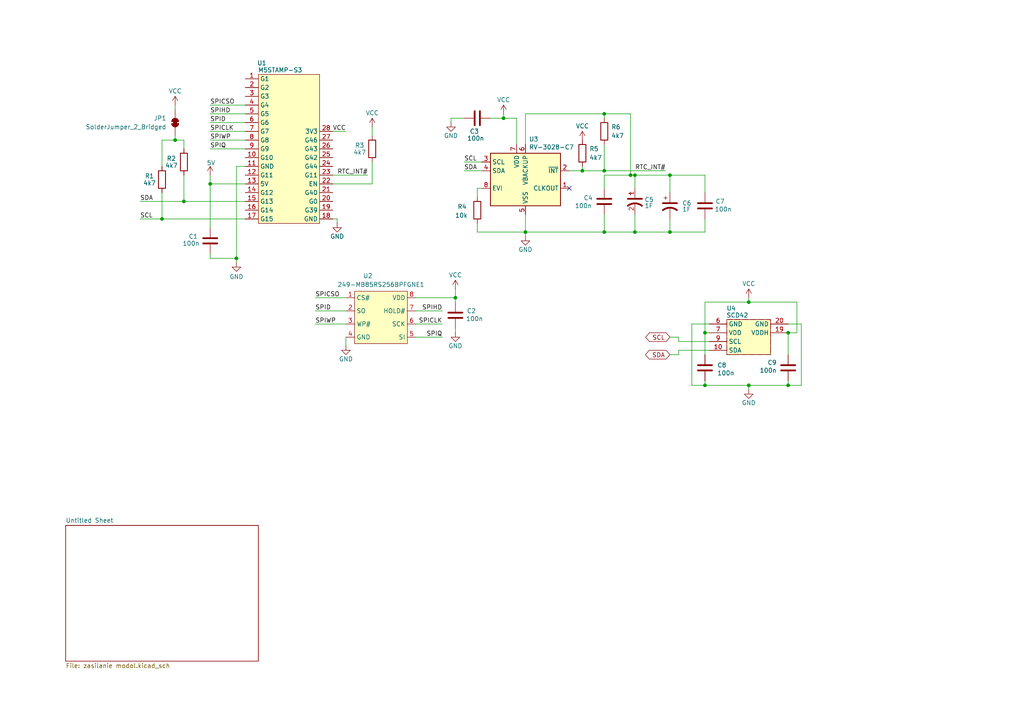
<source format=kicad_sch>
(kicad_sch (version 20250114) (generator "eeschema") (generator_version "9.0")
  (paper "A4")
  (lib_symbols
    (symbol "C_Polarized_US_1" (pin_names (offset 0.254) (hide yes))
      (property "Reference" "C" (at 0.635 2.54 0))
      (property "Value" "C_Polarized_US" (at 0.635 -2.54 0))
      (symbol "C_Polarized_US_1_0_1"
        (polyline (pts (xy -2.032 0.762) (xy 2.032 0.762)) (stroke (width 0.508)))
        (polyline (pts (xy -1.778 2.286) (xy -0.762 2.286)))
        (polyline (pts (xy -1.27 1.778) (xy -1.27 2.794)))
        (arc (start -2.032 -1.27) (mid 0 -0.5572) (end 2.032 -1.27) (stroke (width 0.508)))
      )
      (symbol "C_Polarized_US_1_1_1"
        (pin passive line (at 0 3.81 270) (length 2.794) (name "~") (number "1"))
        (pin passive line (at 0 -3.81 90) (length 3.302) (name "~") (number "2"))
      )
    )
    (symbol "Device:C" (pin_numbers (hide yes)) (pin_names (offset 0.254))
      (property "Reference" "C" (at 0.635 2.54 0))
      (property "Value" "C" (at 0.635 -2.54 0))
      (symbol "C_0_1"
        (polyline (pts (xy -2.032 0.762) (xy 2.032 0.762)) (stroke (width 0.508)))
        (polyline (pts (xy -2.032 -0.762) (xy 2.032 -0.762)) (stroke (width 0.508)))
      )
      (symbol "C_1_1"
        (pin passive line (at 0 3.81 270) (length 2.794) (name "~") (number "1"))
        (pin passive line (at 0 -3.81 90) (length 2.794) (name "~") (number "2"))
      )
    )
    (symbol "Device:C_Polarized_US" (pin_numbers (hide yes)) (pin_names (offset 0.254) (hide yes))
      (property "Reference" "C" (at 0.635 2.54 0))
      (property "Value" "C_Polarized_US" (at 0.635 -2.54 0))
      (symbol "C_Polarized_US_0_1"
        (polyline (pts (xy -2.032 0.762) (xy 2.032 0.762)) (stroke (width 0.508)))
        (polyline (pts (xy -1.778 2.286) (xy -0.762 2.286)))
        (polyline (pts (xy -1.27 1.778) (xy -1.27 2.794)))
        (arc (start -2.032 -1.27) (mid 0 -0.5572) (end 2.032 -1.27) (stroke (width 0.508)))
      )
      (symbol "C_Polarized_US_1_1"
        (pin passive line (at 0 3.81 270) (length 2.794) (name "~") (number "1"))
        (pin passive line (at 0 -3.81 90) (length 3.302) (name "~") (number "2"))
      )
    )
    (symbol "Device:R" (pin_numbers (hide yes)) (pin_names (offset 0))
      (property "Reference" "R" (at 2.032 0 90))
      (property "Value" "R" (at 0 0 90))
      (symbol "R_0_1"
        (rectangle (start -1.016 -2.54) (end 1.016 2.54) (stroke (width 0.254)))
      )
      (symbol "R_1_1"
        (pin passive line (at 0 3.81 270) (length 1.27) (name "~") (number "1"))
        (pin passive line (at 0 -3.81 90) (length 1.27) (name "~") (number "2"))
      )
    )
    (symbol "Jumper:SolderJumper_2_Bridged" (pin_numbers (hide yes)) (pin_names (offset 0) (hide yes)) (in_bom no)
      (property "Reference" "JP" (at 0 2.032 0))
      (property "Value" "SolderJumper_2_Bridged" (at 0 -2.54 0))
      (symbol "SolderJumper_2_Bridged_0_1"
        (rectangle (start -0.508 0.508) (end 0.508 -0.508) (fill (type outline)))
        (polyline (pts (xy -0.254 1.016) (xy -0.254 -1.016)))
        (arc (start -0.254 -1.016) (mid -1.2656 0) (end -0.254 1.016))
        (arc (start -0.254 -1.016) (mid -1.2656 0) (end -0.254 1.016) (fill (type outline)))
        (arc (start 0.254 1.016) (mid 1.2656 0) (end 0.254 -1.016))
        (arc (start 0.254 1.016) (mid 1.2656 0) (end 0.254 -1.016) (fill (type outline)))
        (polyline (pts (xy 0.254 1.016) (xy 0.254 -1.016)))
      )
      (symbol "SolderJumper_2_Bridged_1_1"
        (pin passive line (at -3.81 0 0) (length 2.54) (name "A") (number "1"))
        (pin passive line (at 3.81 0 180) (length 2.54) (name "B") (number "2"))
      )
    )
    (symbol "M5Stamp:249-MB85RS256BPFGNE1"
      (property "Reference" "FeRAM" (at -3.302 9.652 0))
      (symbol "249-MB85RS256BPFGNE1_1_1"
        (rectangle (start -6.35 8.255) (end 8.89 -6.985) (fill (type background)))
        (pin input line (at -8.89 6.35 0) (length 2.54) (name "CS#") (number "1"))
        (pin output line (at -8.89 2.54 0) (length 2.54) (name "SO") (number "2"))
        (pin input line (at -8.89 -1.27 0) (length 2.54) (name "WP#") (number "3"))
        (pin power_in line (at -8.89 -5.08 0) (length 2.54) (name "GND") (number "4"))
        (pin power_in line (at 11.43 6.35 180) (length 2.54) (name "VDD") (number "8"))
        (pin input line (at 11.43 2.54 180) (length 2.54) (name "HOLD#") (number "7"))
        (pin input line (at 11.43 -1.27 180) (length 2.54) (name "SCK") (number "6"))
        (pin input line (at 11.43 -5.08 180) (length 2.54) (name "SI") (number "5"))
      )
    )
    (symbol "M5Stamp:M5Stamp_S3"
      (property "Reference" "U" (at -8.128 25.146 0))
      (property "Value" "M5STAMP-S3" (at -2.54 22.86 0))
      (symbol "M5Stamp_S3_1_1"
        (rectangle (start -8.89 21.59) (end 8.89 -21.59) (fill (type background)))
        (pin bidirectional line (at -12.7 20.32 0) (length 3.81) (name "G1") (number "1"))
        (pin bidirectional line (at -12.7 17.78 0) (length 3.81) (name "G2") (number "2"))
        (pin bidirectional line (at -12.7 15.24 0) (length 3.81) (name "G3") (number "3"))
        (pin bidirectional line (at -12.7 12.7 0) (length 3.81) (name "G4") (number "4"))
        (pin bidirectional line (at -12.7 10.16 0) (length 3.81) (name "G5") (number "5"))
        (pin bidirectional line (at -12.7 7.62 0) (length 3.81) (name "G6") (number "6"))
        (pin bidirectional line (at -12.7 5.08 0) (length 3.81) (name "G7") (number "7"))
        (pin bidirectional line (at -12.7 2.54 0) (length 3.81) (name "G8") (number "8"))
        (pin bidirectional line (at -12.7 0 0) (length 3.81) (name "G9") (number "9"))
        (pin bidirectional line (at -12.7 -2.54 0) (length 3.81) (name "G10") (number "10"))
        (pin power_out line (at -12.7 -5.08 0) (length 3.81) (name "GND") (number "11"))
        (pin bidirectional line (at -12.7 -7.62 0) (length 3.81) (name "G11") (number "12"))
        (pin power_in line (at -12.7 -10.16 0) (length 3.81) (name "5V") (number "13"))
        (pin bidirectional line (at -12.7 -12.7 0) (length 3.81) (name "G12") (number "14"))
        (pin bidirectional line (at -12.7 -15.24 0) (length 3.81) (name "G13") (number "15"))
        (pin bidirectional line (at -12.7 -17.78 0) (length 3.81) (name "G14") (number "16"))
        (pin bidirectional line (at -12.7 -20.32 0) (length 3.81) (name "G15") (number "17"))
        (pin power_in line (at 12.7 5.08 180) (length 3.81) (name "3V3") (number "28"))
        (pin bidirectional line (at 12.7 2.54 180) (length 3.81) (name "G46") (number "27"))
        (pin bidirectional line (at 12.7 0 180) (length 3.81) (name "G43") (number "26"))
        (pin bidirectional line (at 12.7 -2.54 180) (length 3.81) (name "G42") (number "25"))
        (pin bidirectional line (at 12.7 -5.08 180) (length 3.81) (name "G44") (number "24"))
        (pin bidirectional line (at 12.7 -7.62 180) (length 3.81) (name "G11") (number "23"))
        (pin input line (at 12.7 -10.16 180) (length 3.81) (name "EN") (number "22"))
        (pin bidirectional line (at 12.7 -12.7 180) (length 3.81) (name "G40") (number "21"))
        (pin bidirectional line (at 12.7 -15.24 180) (length 3.81) (name "G0") (number "20"))
        (pin bidirectional line (at 12.7 -17.78 180) (length 3.81) (name "G39") (number "19"))
        (pin power_in line (at 12.7 -20.32 180) (length 3.81) (name "GND") (number "18"))
      )
    )
    (symbol "M5Stamp:SCD42"
      (property "Reference" "U" (at -5.334 8.382 0))
      (property "Value" "SCD42" (at -3.048 6.35 0))
      (symbol "SCD42_0_1"
        (rectangle (start -6.35 5.08) (end 6.35 -5.08))
      )
      (symbol "SCD42_1_1"
        (rectangle (start -6.35 5.08) (end 6.35 -5.08) (stroke (width 0) (type dash)) (fill (type background)))
        (pin power_in line (at -11.43 3.81 0) (length 5.08) (name "GND") (number "6"))
        (pin power_in line (at -11.43 1.27 0) (length 5.08) (name "VDD") (number "7"))
        (pin input line (at -11.43 -1.27 0) (length 5.08) (name "SCL") (number "9"))
        (pin bidirectional line (at -11.43 -3.81 0) (length 5.08) (name "SDA") (number "10"))
        (pin power_in line (at 11.43 3.81 180) (length 5.08) (name "GND") (number "20"))
        (pin power_in line (at 11.43 1.27 180) (length 5.08) (name "VDDH") (number "19"))
      )
    )
    (symbol "Timer_RTC:RV-3028-C7"
      (property "Reference" "U" (at -8.89 8.89 0))
      (property "Value" "RV-3028-C7" (at 7.62 8.89 0))
      (symbol "RV-3028-C7_0_1"
        (rectangle (start -10.16 7.62) (end 10.16 -7.62) (stroke (width 0.254)) (fill (type background)))
      )
      (symbol "RV-3028-C7_1_1"
        (pin input line (at -12.7 5.08 0) (length 2.54) (name "SCL") (number "3"))
        (pin bidirectional line (at -12.7 2.54 0) (length 2.54) (name "SDA") (number "4"))
        (pin input line (at -12.7 -2.54 0) (length 2.54) (name "EVI") (number "8"))
        (pin power_in line (at -2.54 10.16 270) (length 2.54) (name "VDD") (number "7"))
        (pin power_in line (at 0 10.16 270) (length 2.54) (name "VBACKUP") (number "6"))
        (pin power_in line (at 0 -10.16 90) (length 2.54) (name "VSS") (number "5"))
        (pin open_collector line (at 12.7 2.54 180) (length 2.54) (name "~{INT}") (number "2"))
        (pin output line (at 12.7 -2.54 180) (length 2.54) (name "CLKOUT") (number "1"))
      )
    )
    (symbol "power:GND" (power) (pin_numbers (hide yes)) (pin_names (offset 0) (hide yes))
      (property "Value" "GND" (at 0 -3.81 0))
      (symbol "GND_0_1"
        (polyline (pts (xy 0 0) (xy 0 -1.27) (xy 1.27 -1.27) (xy 0 -2.54) (xy -1.27 -1.27) (xy 0 -1.27)))
      )
      (symbol "GND_1_1"
        (pin power_in line (at 0 0 270) (length 0) (name "~") (number "1"))
      )
    )
    (symbol "power:VCC" (power) (pin_numbers (hide yes)) (pin_names (offset 0) (hide yes))
      (property "Value" "VCC" (at 0 3.556 0))
      (symbol "VCC_0_1"
        (polyline (pts (xy -0.762 1.27) (xy 0 2.54)))
        (polyline (pts (xy 0 2.54) (xy 0.762 1.27)))
        (polyline (pts (xy 0 0) (xy 0 2.54)))
      )
      (symbol "VCC_1_1"
        (pin power_in line (at 0 0 90) (length 0) (name "~") (number "1"))
      )
    )
  )
  (junction (at 204.47 111.76))
  (junction (at 194.31 67.31))
  (junction (at 60.96 53.34))
  (junction (at 217.17 87.63))
  (junction (at 50.8 40.64))
  (junction (at 194.31 50.8))
  (junction (at 132.08 86.36))
  (junction (at 152.4 67.31))
  (junction (at 182.88 50.8))
  (junction (at 217.17 111.76))
  (junction (at 46.99 63.5))
  (junction (at 68.58 74.93))
  (junction (at 184.15 67.31))
  (junction (at 175.26 67.31))
  (junction (at 184.15 50.8))
  (junction (at 228.6 111.76))
  (junction (at 228.6 96.52))
  (junction (at 175.26 33.02))
  (junction (at 175.26 49.53))
  (junction (at 168.91 49.53))
  (junction (at 204.47 96.52))
  (junction (at 146.05 34.29))
  (junction (at 53.34 58.42))
  (no_connect (at 165.1 54.61))
  (wire (pts (xy 228.6 93.98) (xy 232.41 93.98)))
  (wire (pts (xy 91.44 90.17) (xy 100.33 90.17)))
  (wire (pts (xy 175.26 33.02) (xy 175.26 34.29)))
  (wire (pts (xy 60.96 33.02) (xy 71.12 33.02)))
  (wire (pts (xy 91.44 86.36) (xy 100.33 86.36)))
  (wire (pts (xy 217.17 111.76) (xy 228.6 111.76)))
  (wire (pts (xy 91.44 93.98) (xy 100.33 93.98)))
  (wire (pts (xy 205.74 96.52) (xy 204.47 96.52)))
  (wire (pts (xy 142.24 34.29) (xy 146.05 34.29)))
  (wire (pts (xy 182.88 33.02) (xy 182.88 50.8)))
  (wire (pts (xy 228.6 111.76) (xy 232.41 111.76)))
  (wire (pts (xy 194.31 97.79) (xy 196.85 97.79)))
  (wire (pts (xy 175.26 50.8) (xy 175.26 54.61)))
  (wire (pts (xy 152.4 33.02) (xy 175.26 33.02)))
  (wire (pts (xy 60.96 50.8) (xy 60.96 53.34)))
  (wire (pts (xy 120.65 86.36) (xy 132.08 86.36)))
  (wire (pts (xy 60.96 53.34) (xy 71.12 53.34)))
  (wire (pts (xy 175.26 41.91) (xy 175.26 49.53)))
  (wire (pts (xy 149.86 41.91) (xy 149.86 34.29)))
  (wire (pts (xy 40.64 58.42) (xy 53.34 58.42)))
  (wire (pts (xy 196.85 97.79) (xy 196.85 99.06)))
  (wire (pts (xy 204.47 67.31) (xy 194.31 67.31)))
  (wire (pts (xy 196.85 102.87) (xy 196.85 101.6)))
  (wire (pts (xy 40.64 63.5) (xy 46.99 63.5)))
  (wire (pts (xy 60.96 73.66) (xy 60.96 74.93)))
  (wire (pts (xy 204.47 50.8) (xy 204.47 55.88)))
  (wire (pts (xy 138.43 64.77) (xy 138.43 67.31)))
  (wire (pts (xy 152.4 62.23) (xy 152.4 67.31)))
  (wire (pts (xy 194.31 102.87) (xy 196.85 102.87)))
  (wire (pts (xy 100.33 100.33) (xy 100.33 97.79)))
  (wire (pts (xy 134.62 46.99) (xy 139.7 46.99)))
  (wire (pts (xy 68.58 48.26) (xy 68.58 74.93)))
  (wire (pts (xy 196.85 99.06) (xy 205.74 99.06)))
  (wire (pts (xy 168.91 49.53) (xy 175.26 49.53)))
  (wire (pts (xy 204.47 87.63) (xy 217.17 87.63)))
  (wire (pts (xy 53.34 50.8) (xy 53.34 58.42)))
  (wire (pts (xy 184.15 50.8) (xy 184.15 54.61)))
  (wire (pts (xy 96.52 38.1) (xy 100.33 38.1)))
  (wire (pts (xy 60.96 66.04) (xy 60.96 53.34)))
  (wire (pts (xy 175.26 62.23) (xy 175.26 67.31)))
  (wire (pts (xy 217.17 86.36) (xy 217.17 87.63)))
  (wire (pts (xy 168.91 48.26) (xy 168.91 49.53)))
  (wire (pts (xy 130.81 34.29) (xy 130.81 35.56)))
  (wire (pts (xy 204.47 63.5) (xy 204.47 67.31)))
  (wire (pts (xy 204.47 111.76) (xy 204.47 110.49)))
  (wire (pts (xy 204.47 111.76) (xy 217.17 111.76)))
  (wire (pts (xy 175.26 33.02) (xy 182.88 33.02)))
  (wire (pts (xy 175.26 50.8) (xy 182.88 50.8)))
  (wire (pts (xy 120.65 93.98) (xy 128.27 93.98)))
  (wire (pts (xy 152.4 67.31) (xy 152.4 68.58)))
  (wire (pts (xy 107.95 46.99) (xy 107.95 53.34)))
  (wire (pts (xy 60.96 35.56) (xy 71.12 35.56)))
  (wire (pts (xy 138.43 57.15) (xy 138.43 54.61)))
  (wire (pts (xy 134.62 49.53) (xy 139.7 49.53)))
  (wire (pts (xy 60.96 43.18) (xy 71.12 43.18)))
  (wire (pts (xy 53.34 40.64) (xy 53.34 43.18)))
  (wire (pts (xy 182.88 50.8) (xy 184.15 50.8)))
  (wire (pts (xy 228.6 96.52) (xy 228.6 102.87)))
  (wire (pts (xy 138.43 67.31) (xy 152.4 67.31)))
  (wire (pts (xy 132.08 83.82) (xy 132.08 86.36)))
  (wire (pts (xy 50.8 39.37) (xy 50.8 40.64)))
  (wire (pts (xy 60.96 38.1) (xy 71.12 38.1)))
  (wire (pts (xy 50.8 40.64) (xy 53.34 40.64)))
  (wire (pts (xy 134.62 34.29) (xy 130.81 34.29)))
  (wire (pts (xy 175.26 49.53) (xy 193.04 49.53)))
  (wire (pts (xy 107.95 53.34) (xy 96.52 53.34)))
  (wire (pts (xy 96.52 50.8) (xy 106.68 50.8)))
  (wire (pts (xy 132.08 95.25) (xy 132.08 96.52)))
  (wire (pts (xy 217.17 111.76) (xy 217.17 113.03)))
  (wire (pts (xy 194.31 63.5) (xy 194.31 67.31)))
  (wire (pts (xy 175.26 67.31) (xy 184.15 67.31)))
  (wire (pts (xy 200.66 93.98) (xy 205.74 93.98)))
  (wire (pts (xy 60.96 30.48) (xy 71.12 30.48)))
  (wire (pts (xy 138.43 54.61) (xy 139.7 54.61)))
  (wire (pts (xy 120.65 97.79) (xy 128.27 97.79)))
  (wire (pts (xy 196.85 101.6) (xy 205.74 101.6)))
  (wire (pts (xy 204.47 96.52) (xy 204.47 102.87)))
  (wire (pts (xy 120.65 90.17) (xy 128.27 90.17)))
  (wire (pts (xy 46.99 55.88) (xy 46.99 63.5)))
  (wire (pts (xy 60.96 40.64) (xy 71.12 40.64)))
  (wire (pts (xy 46.99 40.64) (xy 46.99 48.26)))
  (wire (pts (xy 132.08 86.36) (xy 132.08 87.63)))
  (wire (pts (xy 200.66 111.76) (xy 204.47 111.76)))
  (wire (pts (xy 231.14 96.52) (xy 228.6 96.52)))
  (wire (pts (xy 146.05 34.29) (xy 149.86 34.29)))
  (wire (pts (xy 97.79 63.5) (xy 97.79 64.77)))
  (wire (pts (xy 107.95 39.37) (xy 107.95 36.83)))
  (wire (pts (xy 146.05 33.02) (xy 146.05 34.29)))
  (wire (pts (xy 60.96 74.93) (xy 68.58 74.93)))
  (wire (pts (xy 204.47 50.8) (xy 194.31 50.8)))
  (wire (pts (xy 46.99 63.5) (xy 71.12 63.5)))
  (wire (pts (xy 184.15 67.31) (xy 194.31 67.31)))
  (wire (pts (xy 228.6 111.76) (xy 228.6 110.49)))
  (wire (pts (xy 204.47 96.52) (xy 204.47 87.63)))
  (wire (pts (xy 46.99 40.64) (xy 50.8 40.64)))
  (wire (pts (xy 232.41 111.76) (xy 232.41 93.98)))
  (wire (pts (xy 184.15 50.8) (xy 194.31 50.8)))
  (wire (pts (xy 194.31 50.8) (xy 194.31 55.88)))
  (wire (pts (xy 68.58 74.93) (xy 68.58 76.2)))
  (wire (pts (xy 184.15 62.23) (xy 184.15 67.31)))
  (wire (pts (xy 96.52 63.5) (xy 97.79 63.5)))
  (wire (pts (xy 152.4 41.91) (xy 152.4 33.02)))
  (wire (pts (xy 231.14 87.63) (xy 231.14 96.52)))
  (wire (pts (xy 53.34 58.42) (xy 71.12 58.42)))
  (wire (pts (xy 50.8 30.48) (xy 50.8 31.75)))
  (wire (pts (xy 200.66 93.98) (xy 200.66 111.76)))
  (wire (pts (xy 152.4 67.31) (xy 175.26 67.31)))
  (wire (pts (xy 165.1 49.53) (xy 168.91 49.53)))
  (wire (pts (xy 68.58 48.26) (xy 71.12 48.26)))
  (wire (pts (xy 217.17 87.63) (xy 231.14 87.63)))
  (label "SDA" (at 134.62 49.53 0))
  (label "SPIWP" (at 91.44 93.98 0))
  (label "SCL" (at 134.62 46.99 0))
  (label "SPID" (at 91.44 90.17 0))
  (label "RTC_INT#" (at 193.04 49.53 180))
  (label "RTC_INT#" (at 106.68 50.8 180))
  (label "SPICSO" (at 60.96 30.48 0))
  (label "SPICLK" (at 128.27 93.98 180))
  (label "SPID" (at 60.96 35.56 0))
  (label "SPIHD" (at 128.27 90.17 180))
  (label "SDA" (at 40.64 58.42 0))
  (label "SPIHD" (at 60.96 33.02 0))
  (label "SPIQ" (at 128.27 97.79 180))
  (label "SPIWP" (at 60.96 40.64 0))
  (label "SPICSO" (at 91.44 86.36 0))
  (label "SPICLK" (at 60.96 38.1 0))
  (label "VCC" (at 100.33 38.1 180))
  (label "SPIQ" (at 60.96 43.18 0))
  (label "SCL" (at 40.64 63.5 0))
  (global_label "SCL" (shape bidirectional) (at 194.31 97.79 180) (property "Intersheetrefs" "${INTERSHEET_REFS}" (effects (hide yes))))
  (global_label "SDA" (shape bidirectional) (at 194.31 102.87 180) (property "Intersheetrefs" "${INTERSHEET_REFS}" (effects (hide yes))))
  (symbol (lib_id "power:GND") (at 68.58 76.2 0) (unit 1)
    (property "Reference" "#PWR03" (effects (hide yes)))
    (property "Value" "GND" (at 68.58 80.264 0))
    (property "Description" "Power symbol creates a global label with name \"GND\" , ground" (effects (hide yes)))
  )
  (symbol (lib_id "Device:C") (at 204.47 59.69 0) (unit 1)
    (property "Reference" "C7" (at 207.518 58.42 0) (effects (justify left)))
    (property "Value" "100n" (at 207.264 60.706 0) (effects (justify left)))
    (property "Footprint" "Library:C0805F104K1RACAUTO" (effects (hide yes)))
    (property "Description" "Unpolarized capacitor" (effects (hide yes)))
  )
  (symbol (lib_id "power:VCC") (at 146.05 33.02 0) (unit 1)
    (property "Reference" "#PWR010" (effects (hide yes)))
    (property "Value" "VCC" (at 146.05 28.956 0))
    (property "Description" "Power symbol creates a global label with name \"VCC\"" (effects (hide yes)))
  )
  (symbol (lib_id "power:GND") (at 132.08 96.52 0) (unit 1)
    (property "Reference" "#PWR09" (effects (hide yes)))
    (property "Value" "GND" (at 132.08 100.33 0))
    (property "Description" "Power symbol creates a global label with name \"GND\" , ground" (effects (hide yes)))
  )
  (symbol (lib_id "Jumper:SolderJumper_2_Bridged") (at 50.8 35.56 270) (mirror x) (unit 1) (in_bom no)
    (property "Reference" "JP1" (at 48.26 34.2899 90) (effects (justify right)))
    (property "Value" "SolderJumper_2_Bridged" (at 48.26 36.8299 90) (effects (justify right)))
    (property "Footprint" "Jumper:SolderJumper-2_P1.3mm_Bridged_Pad1.0x1.5mm" (effects (hide yes)))
    (property "Description" "Solder Jumper, 2-pole, closed/bridged" (effects (hide yes)))
  )
  (symbol (lib_id "power:GND") (at 100.33 100.33 0) (unit 1)
    (property "Reference" "#PWR05" (effects (hide yes)))
    (property "Value" "GND" (at 100.33 104.14 0))
    (property "Description" "Power symbol creates a global label with name \"GND\" , ground" (effects (hide yes)))
  )
  (symbol (lib_id "Device:C") (at 132.08 91.44 0) (unit 1)
    (property "Reference" "C2" (at 135.382 90.17 0) (effects (justify left)))
    (property "Value" "100n" (at 135.128 92.456 0) (effects (justify left)))
    (property "Footprint" "Library:C0805F104K1RACAUTO" (effects (hide yes)))
    (property "Description" "Unpolarized capacitor" (effects (hide yes)))
  )
  (symbol (lib_id "Device:R") (at 138.43 60.96 180) (unit 1)
    (property "Reference" "R4" (at 135.382 59.944 0) (effects (justify left)))
    (property "Value" "10k" (at 135.636 62.484 0) (effects (justify left)))
    (property "Footprint" "Resistor_SMD:R_0201_0603Metric_Pad0.64x0.40mm_HandSolder" (effects (hide yes)))
    (property "Description" "Resistor" (effects (hide yes)))
  )
  (symbol (lib_id "Device:R") (at 53.34 46.99 0) (unit 1)
    (property "Reference" "R2" (at 51.054 45.974 0) (effects (justify right)))
    (property "Value" "4k7" (at 51.562 48.006 0) (effects (justify right)))
    (property "Footprint" "Resistor_SMD:R_0201_0603Metric_Pad0.64x0.40mm_HandSolder" (effects (hide yes)))
    (property "Description" "Resistor" (effects (hide yes)))
  )
  (symbol (lib_id "Device:C") (at 228.6 106.68 0) (unit 1)
    (property "Reference" "C9" (at 225.298 105.156 0) (effects (justify right)))
    (property "Value" "100n" (at 225.298 107.442 0) (effects (justify right)))
    (property "Footprint" "Library:C0805F104K1RACAUTO" (effects (hide yes)))
    (property "Description" "Unpolarized capacitor" (effects (hide yes)))
  )
  (symbol (lib_id "Device:R") (at 175.26 38.1 0) (unit 1)
    (property "Reference" "R6" (at 177.292 36.83 0) (effects (justify left)))
    (property "Value" "4k7" (at 177.292 39.37 0) (effects (justify left)))
    (property "Footprint" "Resistor_SMD:R_0201_0603Metric_Pad0.64x0.40mm_HandSolder" (effects (hide yes)))
    (property "Description" "Resistor" (effects (hide yes)))
  )
  (symbol (lib_id "power:VCC") (at 168.91 40.64 0) (unit 1)
    (property "Reference" "#PWR012" (effects (hide yes)))
    (property "Value" "VCC" (at 168.91 36.576 0))
    (property "Description" "Power symbol creates a global label with name \"VCC\"" (effects (hide yes)))
  )
  (symbol (lib_id "Timer_RTC:RV-3028-C7") (at 152.4 52.07 0) (unit 1)
    (property "Reference" "U3" (at 153.416 40.386 0) (effects (justify left)))
    (property "Value" "RV-3028-C7" (at 153.416 42.672 0) (effects (justify left)))
    (property "Footprint" "Package_SON:MicroCrystal_C7_SON-8_1.5x3.2mm_P0.9mm" (effects (hide yes)))
    (property "Datasheet" "https://www.microcrystal.com/fileadmin/Media/Products/RTC/Datasheet/RV-3028-C7.pdf" (effects (hide yes)))
    (property "Description" "Realtime Clock/Calendar I2C Interface, Extreme Low Power, 1.1 V to 5.5 V, MicroCrystal C7" (effects (hide yes)))
  )
  (symbol (lib_id "Device:R") (at 107.95 43.18 0) (unit 1)
    (property "Reference" "R3" (at 105.664 42.164 0) (effects (justify right)))
    (property "Value" "4k7" (at 106.172 44.196 0) (effects (justify right)))
    (property "Footprint" "Resistor_SMD:R_0201_0603Metric_Pad0.64x0.40mm_HandSolder" (effects (hide yes)))
    (property "Description" "Resistor" (effects (hide yes)))
  )
  (symbol (lib_id "power:GND") (at 217.17 113.03 0) (unit 1)
    (property "Reference" "#PWR014" (effects (hide yes)))
    (property "Value" "GND" (at 217.17 116.84 0))
    (property "Description" "Power symbol creates a global label with name \"GND\" , ground" (effects (hide yes)))
  )
  (symbol (lib_id "Device:R") (at 168.91 44.45 0) (unit 1)
    (property "Reference" "R5" (at 170.942 43.18 0) (effects (justify left)))
    (property "Value" "4k7" (at 170.942 45.72 0) (effects (justify left)))
    (property "Footprint" "Resistor_SMD:R_0201_0603Metric_Pad0.64x0.40mm_HandSolder" (effects (hide yes)))
    (property "Description" "Resistor" (effects (hide yes)))
  )
  (symbol (lib_id "power:VCC") (at 50.8 30.48 0) (unit 1)
    (property "Reference" "#PWR01" (effects (hide yes)))
    (property "Value" "VCC" (at 50.8 26.416 0))
    (property "Description" "Power symbol creates a global label with name \"VCC\"" (effects (hide yes)))
  )
  (symbol (lib_id "power:VCC") (at 107.95 36.83 0) (unit 1)
    (property "Reference" "#PWR06" (effects (hide yes)))
    (property "Value" "VCC" (at 107.95 32.766 0))
    (property "Description" "Power symbol creates a global label with name \"VCC\"" (effects (hide yes)))
  )
  (symbol (lib_id "power:VCC") (at 132.08 83.82 0) (unit 1)
    (property "Reference" "#PWR08" (effects (hide yes)))
    (property "Value" "VCC" (at 132.08 79.756 0))
    (property "Description" "Power symbol creates a global label with name \"VCC\"" (effects (hide yes)))
  )
  (symbol (lib_id "power:VCC") (at 217.17 86.36 0) (unit 1)
    (property "Reference" "#PWR013" (effects (hide yes)))
    (property "Value" "VCC" (at 217.17 82.296 0))
    (property "Description" "Power symbol creates a global label with name \"VCC\"" (effects (hide yes)))
  )
  (symbol (lib_id "M5Stamp:M5Stamp_S3") (at 83.82 43.18 0) (unit 1)
    (property "Reference" "U1" (at 75.946 18.288 0))
    (property "Value" "M5STAMP-S3" (at 81.28 20.32 0))
    (property "Footprint" "Library:M5STAMP S3" (effects (hide yes)))
  )
  (symbol (lib_id "Device:C") (at 138.43 34.29 270) (unit 1)
    (property "Reference" "C3" (at 138.938 38.1 90) (effects (justify right)))
    (property "Value" "100n" (at 140.462 40.132 90) (effects (justify right)))
    (property "Footprint" "Library:C0805F104K1RACAUTO" (effects (hide yes)))
    (property "Description" "Unpolarized capacitor" (effects (hide yes)))
  )
  (symbol (lib_id "power:GND") (at 152.4 68.58 0) (unit 1)
    (property "Reference" "#PWR011" (effects (hide yes)))
    (property "Value" "GND" (at 152.4 72.39 0))
    (property "Description" "Power symbol creates a global label with name \"GND\" , ground" (effects (hide yes)))
  )
  (symbol (lib_id "power:GND") (at 97.79 64.77 0) (unit 1)
    (property "Reference" "#PWR04" (effects (hide yes)))
    (property "Value" "GND" (at 97.79 68.58 0))
    (property "Description" "Power symbol creates a global label with name \"GND\" , ground" (effects (hide yes)))
  )
  (symbol (lib_id "Device:R") (at 46.99 52.07 0) (unit 1)
    (property "Reference" "R1" (at 44.704 51.054 0) (effects (justify right)))
    (property "Value" "4k7" (at 45.212 53.086 0) (effects (justify right)))
    (property "Footprint" "Resistor_SMD:R_0201_0603Metric_Pad0.64x0.40mm_HandSolder" (effects (hide yes)))
    (property "Description" "Resistor" (effects (hide yes)))
  )
  (symbol (lib_name "C_Polarized_US_1") (lib_id "Device:C_Polarized_US") (at 184.15 58.42 0) (unit 1)
    (property "Reference" "C5" (at 186.944 57.912 0) (effects (justify left)))
    (property "Value" "1F" (at 186.944 59.69 0) (effects (justify left)))
    (property "Footprint" "Library:SCCR12E105SRB" (effects (hide yes)))
    (property "Description" "Polarized capacitor, US symbol" (effects (hide yes)))
  )
  (symbol (lib_id "M5Stamp:SCD42") (at 217.17 97.79 0) (unit 1)
    (property "Reference" "U4" (at 212.09 89.408 0))
    (property "Value" "SCD42" (at 213.868 91.44 0))
    (property "Footprint" "Library:SCD42_SEN" (effects (hide yes)))
  )
  (symbol (lib_id "Device:C") (at 175.26 58.42 0) (unit 1)
    (property "Reference" "C4" (at 171.958 57.404 0) (effects (justify right)))
    (property "Value" "100n" (at 171.704 59.69 0) (effects (justify right)))
    (property "Footprint" "Library:C0805F104K1RACAUTO" (effects (hide yes)))
    (property "Description" "Unpolarized capacitor" (effects (hide yes)))
  )
  (symbol (lib_id "Device:C") (at 60.96 69.85 0) (mirror y) (unit 1)
    (property "Reference" "C1" (at 57.404 68.58 0) (effects (justify left)))
    (property "Value" "100n" (at 57.912 70.612 0) (effects (justify left)))
    (property "Footprint" "Library:C0805F104K1RACAUTO" (effects (hide yes)))
    (property "Description" "Unpolarized capacitor" (effects (hide yes)))
  )
  (symbol (lib_id "Device:C") (at 204.47 106.68 0) (unit 1)
    (property "Reference" "C8" (at 208.026 105.918 0) (effects (justify left)))
    (property "Value" "100n" (at 208.026 108.204 0) (effects (justify left)))
    (property "Footprint" "Library:C0805F104K1RACAUTO" (effects (hide yes)))
    (property "Description" "Unpolarized capacitor" (effects (hide yes)))
  )
  (symbol (lib_id "M5Stamp:249-MB85RS256BPFGNE1") (at 109.22 92.71 0) (unit 1)
    (property "Reference" "U2" (at 106.68 80.01 0))
    (property "Value" "249-MB85RS256BPFGNE1" (at 110.49 82.55 0))
    (property "Footprint" "Package_SO:SOP-8_3.9x4.9mm_P1.27mm" (effects (hide yes)))
  )
  (symbol (lib_id "power:GND") (at 130.81 35.56 0) (unit 1)
    (property "Reference" "#PWR07" (effects (hide yes)))
    (property "Value" "GND" (at 130.81 39.37 0))
    (property "Description" "Power symbol creates a global label with name \"GND\" , ground" (effects (hide yes)))
  )
  (symbol (lib_id "power:VCC") (at 60.96 50.8 0) (unit 1)
    (property "Reference" "#PWR02" (effects (hide yes)))
    (property "Value" "5V" (at 61.214 47.244 0))
    (property "Description" "Power symbol creates a global label with name \"VCC\"" (effects (hide yes)))
  )
  (symbol (lib_id "Device:C_Polarized_US") (at 194.31 59.69 0) (unit 1)
    (property "Reference" "C6" (at 197.866 58.928 0) (effects (justify left)))
    (property "Value" "1F" (at 197.866 60.706 0) (effects (justify left)))
    (property "Footprint" "Library:SCCR12E105SRB" (effects (hide yes)))
    (property "Description" "Polarized capacitor, US symbol" (effects (hide yes)))
  )
  (sheet (at 19.05 152.4) (size 55.88 39.37) (stroke (width 0.1524))
    (property "Sheetname" "Untitled Sheet" (at 19.05 151.6884 0) (effects (justify left bottom)))
    (property "Sheetfile" "zasilanie modol.kicad_sch" (at 19.05 192.3546 0) (effects (justify left top)))
  )
)
</source>
